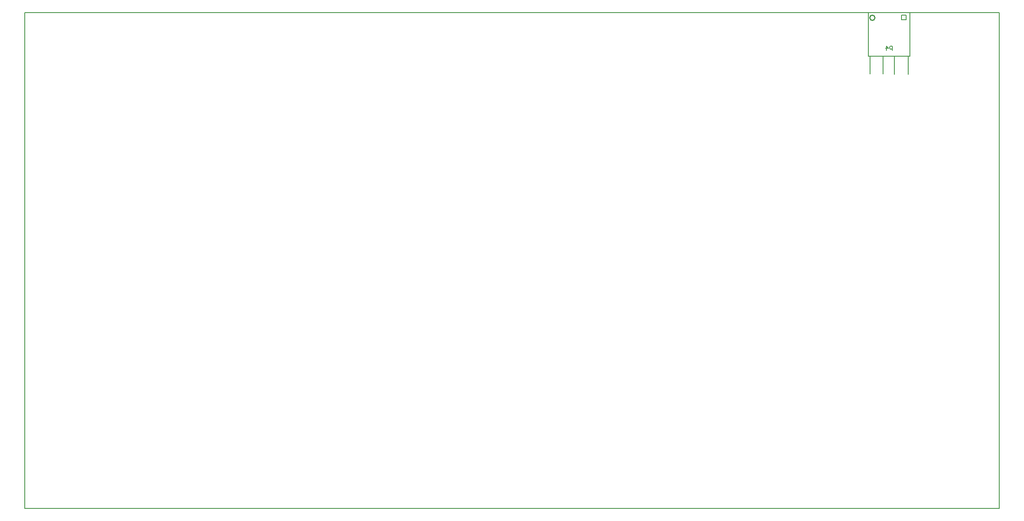
<source format=gbo>
G04*
G04 #@! TF.GenerationSoftware,Altium Limited,Altium Designer,19.0.12 (326)*
G04*
G04 Layer_Color=32896*
%FSLAX24Y24*%
%MOIN*%
G70*
G01*
G75*
%ADD10C,0.0079*%
%ADD13C,0.0100*%
%ADD14C,0.0060*%
D10*
X85770Y125980D02*
Y129450D01*
X89080Y129450D01*
Y125980D02*
Y129450D01*
X85770Y125980D02*
X89080Y125980D01*
X86950Y124580D02*
X86950Y124932D01*
Y125638D02*
Y125990D01*
X85910Y124580D02*
X85910Y125980D01*
X86950Y124932D02*
Y125638D01*
X87850Y124540D02*
X87850Y125970D01*
X88960Y124540D02*
X88960Y125980D01*
X88414Y128880D02*
X88770D01*
X88414D02*
X88414Y129234D01*
X88430Y129250D02*
X88770D01*
Y128880D02*
Y129250D01*
X88414Y129234D02*
X88430Y129250D01*
D13*
X86306Y129040D02*
G03*
X86306Y129040I-206J0D01*
G01*
D14*
X87690Y126460D02*
Y126780D01*
X87530D01*
X87477Y126727D01*
Y126620D01*
X87530Y126567D01*
X87690D01*
X87210Y126460D02*
Y126780D01*
X87370Y126620D01*
X87157D01*
X96180Y121566D02*
Y129440D01*
X18750D02*
X96180D01*
X18750Y127140D02*
Y129440D01*
Y121566D02*
Y127140D01*
Y90070D02*
Y121566D01*
Y90070D02*
X96180D01*
X96180Y121566D02*
X96180Y90070D01*
M02*

</source>
